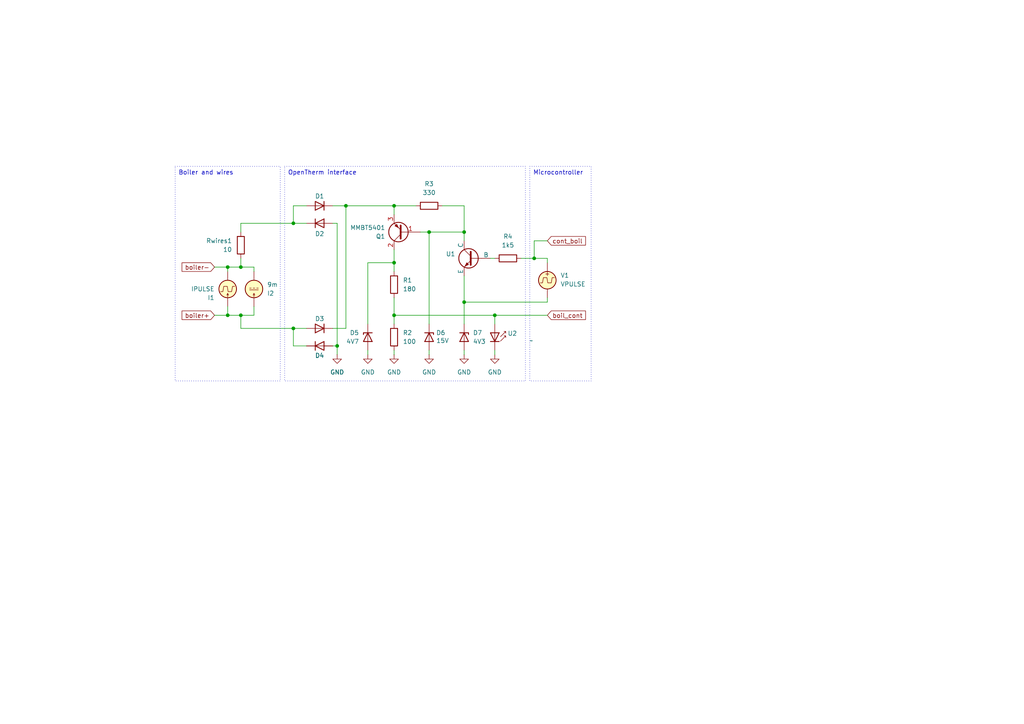
<source format=kicad_sch>
(kicad_sch (version 20231120) (generator "eeschema") (generator_version "8.0")
  (paper "A4")
  (lib_symbols
    (symbol "D_1" (pin_numbers hide) (pin_names (offset 1.016) hide)
      (property "Reference" "D" (at 0 2.54 0))
      (property "Value" "D" (at 0 -2.54 0))
      (symbol "D_1_0_1"
        (polyline (pts (xy -1.27 1.27) (xy -1.27 -1.27)) (stroke (width 0.254)))
        (polyline (pts (xy 1.27 0) (xy -1.27 0)))
        (polyline (pts (xy 1.27 1.27) (xy 1.27 -1.27) (xy -1.27 0) (xy 1.27 1.27)) (stroke (width 0.254)))
      )
      (symbol "D_1_1_1"
        (pin passive line (at -3.81 0 0) (length 2.54) (name "K") (number "1"))
        (pin passive line (at 3.81 0 180) (length 2.54) (name "A") (number "2"))
      )
    )
    (symbol "D_2" (pin_numbers hide) (pin_names (offset 1.016) hide)
      (property "Reference" "D" (at 0 2.54 0))
      (property "Value" "D" (at 0 -2.54 0))
      (symbol "D_2_0_1"
        (polyline (pts (xy -1.27 1.27) (xy -1.27 -1.27)) (stroke (width 0.254)))
        (polyline (pts (xy 1.27 0) (xy -1.27 0)))
        (polyline (pts (xy 1.27 1.27) (xy 1.27 -1.27) (xy -1.27 0) (xy 1.27 1.27)) (stroke (width 0.254)))
      )
      (symbol "D_2_1_1"
        (pin passive line (at -3.81 0 0) (length 2.54) (name "K") (number "1"))
        (pin passive line (at 3.81 0 180) (length 2.54) (name "A") (number "2"))
      )
    )
    (symbol "D_3" (pin_numbers hide) (pin_names (offset 1.016) hide)
      (property "Reference" "D" (at 0 2.54 0))
      (property "Value" "D" (at 0 -2.54 0))
      (symbol "D_3_0_1"
        (polyline (pts (xy -1.27 1.27) (xy -1.27 -1.27)) (stroke (width 0.254)))
        (polyline (pts (xy 1.27 0) (xy -1.27 0)))
        (polyline (pts (xy 1.27 1.27) (xy 1.27 -1.27) (xy -1.27 0) (xy 1.27 1.27)) (stroke (width 0.254)))
      )
      (symbol "D_3_1_1"
        (pin passive line (at -3.81 0 0) (length 2.54) (name "K") (number "1"))
        (pin passive line (at 3.81 0 180) (length 2.54) (name "A") (number "2"))
      )
    )
    (symbol "D_Zener_1" (pin_numbers hide) (pin_names (offset 1.016) hide)
      (property "Reference" "D" (at 0 2.54 0))
      (property "Value" "D_Zener" (at 0 -2.54 0))
      (symbol "D_Zener_1_0_1"
        (polyline (pts (xy 1.27 0) (xy -1.27 0)))
        (polyline (pts (xy -1.27 -1.27) (xy -1.27 1.27) (xy -0.762 1.27)) (stroke (width 0.254)))
        (polyline (pts (xy 1.27 -1.27) (xy 1.27 1.27) (xy -1.27 0) (xy 1.27 -1.27)) (stroke (width 0.254)))
      )
      (symbol "D_Zener_1_1_1"
        (pin passive line (at -3.81 0 0) (length 2.54) (name "K") (number "1"))
        (pin passive line (at 3.81 0 180) (length 2.54) (name "A") (number "2"))
      )
    )
    (symbol "D_Zener_2" (pin_numbers hide) (pin_names (offset 1.016) hide)
      (property "Reference" "D" (at 0 2.54 0))
      (property "Value" "D_Zener" (at 0 -2.54 0))
      (symbol "D_Zener_2_0_1"
        (polyline (pts (xy 1.27 0) (xy -1.27 0)))
        (polyline (pts (xy -1.27 -1.27) (xy -1.27 1.27) (xy -0.762 1.27)) (stroke (width 0.254)))
        (polyline (pts (xy 1.27 -1.27) (xy 1.27 1.27) (xy -1.27 0) (xy 1.27 -1.27)) (stroke (width 0.254)))
      )
      (symbol "D_Zener_2_1_1"
        (pin passive line (at -3.81 0 0) (length 2.54) (name "K") (number "1"))
        (pin passive line (at 3.81 0 180) (length 2.54) (name "A") (number "2"))
      )
    )
    (symbol "Device:D_Zener" (pin_numbers hide) (pin_names (offset 1.016) hide)
      (property "Reference" "D" (at 0 2.54 0))
      (property "Value" "D_Zener" (at 0 -2.54 0))
      (symbol "D_Zener_0_1"
        (polyline (pts (xy 1.27 0) (xy -1.27 0)))
        (polyline (pts (xy -1.27 -1.27) (xy -1.27 1.27) (xy -0.762 1.27)) (stroke (width 0.254)))
        (polyline (pts (xy 1.27 -1.27) (xy 1.27 1.27) (xy -1.27 0) (xy 1.27 -1.27)) (stroke (width 0.254)))
      )
      (symbol "D_Zener_1_1"
        (pin passive line (at -3.81 0 0) (length 2.54) (name "K") (number "1"))
        (pin passive line (at 3.81 0 180) (length 2.54) (name "A") (number "2"))
      )
    )
    (symbol "Device:Q_PNP_BCE" (pin_names (offset 0) hide)
      (property "Reference" "Q" (at 5.08 1.27 0))
      (property "Value" "Q_PNP_BCE" (at 5.08 -1.27 0))
      (symbol "Q_PNP_BCE_0_1"
        (polyline (pts (xy 0.635 0.635) (xy 2.54 2.54)))
        (polyline (pts (xy 0.635 -0.635) (xy 2.54 -2.54) (xy 2.54 -2.54)))
        (polyline (pts (xy 0.635 1.905) (xy 0.635 -1.905) (xy 0.635 -1.905)) (stroke (width 0.508)))
        (polyline (pts (xy 2.286 -1.778) (xy 1.778 -2.286) (xy 1.27 -1.27) (xy 2.286 -1.778) (xy 2.286 -1.778)) (fill (type outline)))
        (circle (center 1.27 0) (radius 2.8194) (stroke (width 0.254)))
      )
      (symbol "Q_PNP_BCE_1_1"
        (pin input line (at -5.08 0 0) (length 5.715) (name "B") (number "1"))
        (pin passive line (at 2.54 5.08 270) (length 2.54) (name "C") (number "2"))
        (pin passive line (at 2.54 -5.08 90) (length 2.54) (name "E") (number "3"))
      )
    )
    (symbol "Device:R" (pin_numbers hide) (pin_names (offset 0))
      (property "Reference" "R" (at 2.032 0 90))
      (property "Value" "R" (at 0 0 90))
      (symbol "R_0_1"
        (rectangle (start -1.016 -2.54) (end 1.016 2.54) (stroke (width 0.254)))
      )
      (symbol "R_1_1"
        (pin passive line (at 0 3.81 270) (length 1.27) (name "~") (number "1"))
        (pin passive line (at 0 -3.81 90) (length 1.27) (name "~") (number "2"))
      )
    )
    (symbol "LED:SFH480" (pin_numbers hide) (pin_names (offset 1.016) hide)
      (property "Reference" "D" (at 0.508 1.778 0))
      (property "Value" "SFH480" (at -1.016 -2.794 0))
      (symbol "SFH480_0_1"
        (polyline (pts (xy -2.54 1.27) (xy -2.54 -1.27)) (stroke (width 0.254)))
        (polyline (pts (xy 0 0) (xy -2.54 0)))
        (polyline (pts (xy 0.381 3.175) (xy -0.127 3.175)))
        (polyline (pts (xy -1.143 1.651) (xy 0.381 3.175) (xy 0.381 2.667)))
        (polyline (pts (xy 0 1.27) (xy 0 -1.27) (xy -2.54 0) (xy 0 1.27)) (stroke (width 0.254)))
        (polyline (pts (xy -2.413 1.651) (xy -0.889 3.175) (xy -0.889 2.667) (xy -0.889 3.175) (xy -1.397 3.175)))
      )
      (symbol "SFH480_1_1"
        (pin passive line (at -5.08 0 0) (length 2.54) (name "K") (number "1"))
        (pin passive line (at 2.54 0 180) (length 2.54) (name "A") (number "2"))
      )
    )
    (symbol "Simulation_SPICE:D" (pin_numbers hide) (pin_names (offset 1.016) hide)
      (property "Reference" "D" (at 0 2.54 0))
      (property "Value" "D" (at 0 -2.54 0))
      (symbol "D_0_1"
        (polyline (pts (xy -1.27 1.27) (xy -1.27 -1.27)) (stroke (width 0.254)))
        (polyline (pts (xy 1.27 0) (xy -1.27 0)))
        (polyline (pts (xy 1.27 1.27) (xy 1.27 -1.27) (xy -1.27 0) (xy 1.27 1.27)) (stroke (width 0.254)))
      )
      (symbol "D_1_1"
        (pin passive line (at -3.81 0 0) (length 2.54) (name "K") (number "1"))
        (pin passive line (at 3.81 0 180) (length 2.54) (name "A") (number "2"))
      )
    )
    (symbol "Simulation_SPICE:IDC" (pin_numbers hide) (pin_names (offset 0.0254))
      (property "Reference" "I" (at 2.54 2.54 0))
      (property "Value" "1" (at 2.54 0 0))
      (symbol "IDC_0_0"
        (polyline (pts (xy -1.27 0.254) (xy 1.27 0.254)))
        (polyline (pts (xy -0.762 -0.254) (xy -1.27 -0.254)))
        (polyline (pts (xy 0.254 -0.254) (xy -0.254 -0.254)))
        (polyline (pts (xy 1.27 -0.254) (xy 0.762 -0.254)))
      )
      (symbol "IDC_0_1"
        (polyline (pts (xy 0 1.27) (xy 0 2.286)))
        (polyline (pts (xy -0.254 1.778) (xy 0 1.27) (xy 0.254 1.778)))
        (circle (center 0 0) (radius 2.54) (stroke (width 0.254)) (fill (type background)))
      )
      (symbol "IDC_1_1"
        (pin passive line (at 0 5.08 270) (length 2.54) (name "~") (number "1"))
        (pin passive line (at 0 -5.08 90) (length 2.54) (name "~") (number "2"))
      )
    )
    (symbol "Simulation_SPICE:IPULSE" (pin_numbers hide) (pin_names (offset 0.0254))
      (property "Reference" "I" (at 2.54 2.54 0))
      (property "Value" "IPULSE" (at 2.54 0 0))
      (property "Sim.Params" "y1=0 y2=1 td=2n tr=2n tf=2n tw=50n per=100n" (at 2.54 -2.54 0))
      (symbol "IPULSE_0_0"
        (polyline (pts (xy -2.032 -0.762) (xy -1.397 -0.762) (xy -1.143 0.762) (xy -0.127 0.762) (xy 0.127 -0.762) (xy 1.143 -0.762) (xy 1.397 0.762) (xy 2.032 0.762)))
      )
      (symbol "IPULSE_0_1"
        (polyline (pts (xy 0 1.27) (xy 0 2.286)))
        (polyline (pts (xy -0.254 1.778) (xy 0 1.27) (xy 0.254 1.778)))
        (circle (center 0 0) (radius 2.54) (stroke (width 0.254)) (fill (type background)))
      )
      (symbol "IPULSE_1_1"
        (pin passive line (at 0 5.08 270) (length 2.54) (name "~") (number "1"))
        (pin passive line (at 0 -5.08 90) (length 2.54) (name "~") (number "2"))
      )
    )
    (symbol "Simulation_SPICE:NPN" (pin_numbers hide) (pin_names (offset 0))
      (property "Reference" "Q" (at -2.54 7.62 0))
      (property "Value" "NPN" (at -2.54 5.08 0))
      (symbol "NPN_0_1"
        (polyline (pts (xy -2.54 0) (xy 0.635 0)) (stroke (width 0.1524)))
        (polyline (pts (xy 0.635 0.635) (xy 2.54 2.54)))
        (polyline (pts (xy 2.794 -1.27) (xy 2.794 -1.27)) (stroke (width 0.1524)))
        (polyline (pts (xy 2.794 -1.27) (xy 2.794 -1.27)) (stroke (width 0.1524)))
        (polyline (pts (xy 0.635 -0.635) (xy 2.54 -2.54) (xy 2.54 -2.54)))
        (polyline (pts (xy 0.635 1.905) (xy 0.635 -1.905) (xy 0.635 -1.905)) (stroke (width 0.508)))
        (polyline (pts (xy 1.27 -1.778) (xy 1.778 -1.27) (xy 2.286 -2.286) (xy 1.27 -1.778) (xy 1.27 -1.778)) (fill (type outline)))
        (circle (center 1.27 0) (radius 2.8194) (stroke (width 0.254)))
      )
      (symbol "NPN_1_1"
        (pin open_collector line (at 2.54 5.08 270) (length 2.54) (name "C") (number "1"))
        (pin input line (at -5.08 0 0) (length 2.54) (name "B") (number "2"))
        (pin open_emitter line (at 2.54 -5.08 90) (length 2.54) (name "E") (number "3"))
      )
    )
    (symbol "Simulation_SPICE:VPULSE" (pin_numbers hide) (pin_names (offset 0.0254))
      (property "Reference" "V" (at 2.54 2.54 0))
      (property "Value" "VPULSE" (at 2.54 0 0))
      (property "Sim.Params" "y1=0 y2=1 td=2n tr=2n tf=2n tw=50n per=100n" (at 2.54 -2.54 0))
      (symbol "VPULSE_0_0"
        (polyline (pts (xy -2.032 -0.762) (xy -1.397 -0.762) (xy -1.143 0.762) (xy -0.127 0.762) (xy 0.127 -0.762) (xy 1.143 -0.762) (xy 1.397 0.762) (xy 2.032 0.762)))
        (text "+" (at 0 1.905 0) (effects (font (size 1.27 1.27))))
      )
      (symbol "VPULSE_0_1"
        (circle (center 0 0) (radius 2.54) (stroke (width 0.254)) (fill (type background)))
      )
      (symbol "VPULSE_1_1"
        (pin passive line (at 0 5.08 270) (length 2.54) (name "~") (number "1"))
        (pin passive line (at 0 -5.08 90) (length 2.54) (name "~") (number "2"))
      )
    )
    (symbol "power:GND" (power) (pin_numbers hide) (pin_names (offset 0) hide)
      (property "Value" "GND" (at 0 -3.81 0))
      (symbol "GND_0_1"
        (polyline (pts (xy 0 0) (xy 0 -1.27) (xy 1.27 -1.27) (xy 0 -2.54) (xy -1.27 -1.27) (xy 0 -1.27)))
      )
      (symbol "GND_1_1"
        (pin power_in line (at 0 0 270) (length 0) (name "~") (number "1"))
      )
    )
  )
  (junction (at 69.85 77.47))
  (junction (at 134.62 87.63))
  (junction (at 100.33 59.69))
  (junction (at 114.3 59.69))
  (junction (at 124.46 67.31))
  (junction (at 69.85 91.44))
  (junction (at 114.3 91.44))
  (junction (at 66.04 77.47))
  (junction (at 134.62 67.31))
  (junction (at 114.3 76.2))
  (junction (at 66.04 91.44))
  (junction (at 143.51 91.44))
  (junction (at 154.94 74.93))
  (junction (at 97.79 100.33))
  (junction (at 85.09 64.77))
  (junction (at 85.09 95.25))
  (wire (pts (xy 85.09 59.69) (xy 85.09 64.77)))
  (wire (pts (xy 154.94 69.85) (xy 154.94 74.93)))
  (wire (pts (xy 158.75 87.63) (xy 158.75 86.36)))
  (wire (pts (xy 106.68 76.2) (xy 114.3 76.2)))
  (wire (pts (xy 97.79 64.77) (xy 97.79 100.33)))
  (wire (pts (xy 106.68 101.6) (xy 106.68 102.87)))
  (wire (pts (xy 85.09 64.77) (xy 88.9 64.77)))
  (wire (pts (xy 114.3 86.36) (xy 114.3 91.44)))
  (wire (pts (xy 143.51 91.44) (xy 143.51 93.98)))
  (wire (pts (xy 69.85 95.25) (xy 69.85 91.44)))
  (wire (pts (xy 158.75 74.93) (xy 158.75 76.2)))
  (wire (pts (xy 158.75 69.85) (xy 154.94 69.85)))
  (wire (pts (xy 69.85 74.93) (xy 69.85 77.47)))
  (wire (pts (xy 97.79 100.33) (xy 97.79 102.87)))
  (wire (pts (xy 114.3 59.69) (xy 114.3 62.23)))
  (wire (pts (xy 114.3 91.44) (xy 114.3 93.98)))
  (wire (pts (xy 96.52 59.69) (xy 100.33 59.69)))
  (wire (pts (xy 62.23 91.44) (xy 66.04 91.44)))
  (wire (pts (xy 97.79 64.77) (xy 96.52 64.77)))
  (wire (pts (xy 114.3 101.6) (xy 114.3 102.87)))
  (wire (pts (xy 143.51 101.6) (xy 143.51 102.87)))
  (wire (pts (xy 134.62 101.6) (xy 134.62 102.87)))
  (wire (pts (xy 114.3 76.2) (xy 114.3 78.74)))
  (wire (pts (xy 114.3 59.69) (xy 120.65 59.69)))
  (wire (pts (xy 134.62 67.31) (xy 134.62 59.69)))
  (wire (pts (xy 134.62 80.01) (xy 134.62 87.63)))
  (wire (pts (xy 69.85 64.77) (xy 69.85 67.31)))
  (wire (pts (xy 100.33 59.69) (xy 114.3 59.69)))
  (wire (pts (xy 69.85 77.47) (xy 73.66 77.47)))
  (wire (pts (xy 69.85 95.25) (xy 85.09 95.25)))
  (wire (pts (xy 142.24 74.93) (xy 143.51 74.93)))
  (wire (pts (xy 66.04 77.47) (xy 69.85 77.47)))
  (wire (pts (xy 134.62 87.63) (xy 134.62 93.98)))
  (wire (pts (xy 88.9 100.33) (xy 85.09 100.33)))
  (wire (pts (xy 96.52 95.25) (xy 100.33 95.25)))
  (wire (pts (xy 154.94 74.93) (xy 158.75 74.93)))
  (wire (pts (xy 85.09 95.25) (xy 88.9 95.25)))
  (wire (pts (xy 73.66 91.44) (xy 69.85 91.44)))
  (wire (pts (xy 143.51 91.44) (xy 158.75 91.44)))
  (wire (pts (xy 124.46 101.6) (xy 124.46 102.87)))
  (wire (pts (xy 73.66 77.47) (xy 73.66 78.74)))
  (wire (pts (xy 134.62 67.31) (xy 134.62 69.85)))
  (wire (pts (xy 73.66 91.44) (xy 73.66 88.9)))
  (wire (pts (xy 66.04 88.9) (xy 66.04 91.44)))
  (wire (pts (xy 124.46 67.31) (xy 134.62 67.31)))
  (wire (pts (xy 85.09 59.69) (xy 88.9 59.69)))
  (wire (pts (xy 128.27 59.69) (xy 134.62 59.69)))
  (wire (pts (xy 96.52 100.33) (xy 97.79 100.33)))
  (wire (pts (xy 100.33 59.69) (xy 100.33 95.25)))
  (wire (pts (xy 114.3 91.44) (xy 143.51 91.44)))
  (wire (pts (xy 106.68 76.2) (xy 106.68 93.98)))
  (wire (pts (xy 124.46 67.31) (xy 124.46 93.98)))
  (wire (pts (xy 114.3 72.39) (xy 114.3 76.2)))
  (wire (pts (xy 66.04 91.44) (xy 69.85 91.44)))
  (wire (pts (xy 134.62 87.63) (xy 158.75 87.63)))
  (wire (pts (xy 85.09 95.25) (xy 85.09 100.33)))
  (wire (pts (xy 66.04 78.74) (xy 66.04 77.47)))
  (wire (pts (xy 62.23 77.47) (xy 66.04 77.47)))
  (wire (pts (xy 121.92 67.31) (xy 124.46 67.31)))
  (wire (pts (xy 151.13 74.93) (xy 154.94 74.93)))
  (wire (pts (xy 69.85 64.77) (xy 85.09 64.77)))
  (text_box "Boiler and wires" (at 50.8 48.26 0) (size 30.48 62.23) (stroke (width 0) (type dot)) (effects (font (size 1.27 1.27)) (justify left top)))
  (text_box "Microcontroller" (at 153.67 48.26 0) (size 17.78 62.23) (stroke (width 0) (type dot)) (effects (font (size 1.27 1.27)) (justify left top)))
  (text_box "OpenTherm interface" (at 82.55 48.26 0) (size 69.85 62.23) (stroke (width 0) (type dot)) (effects (font (size 1.27 1.27)) (justify left top)))
  (global_label "boiler-" (shape input) (at 62.23 77.47 180) (property "Intersheetrefs" "${INTERSHEET_REFS}" (effects (hide yes))))
  (global_label "boiler+" (shape input) (at 62.23 91.44 180) (property "Intersheetrefs" "${INTERSHEET_REFS}" (effects (hide yes))))
  (global_label "cont_boil" (shape input) (at 158.75 69.85 0) (property "Intersheetrefs" "${INTERSHEET_REFS}" (effects (hide yes))))
  (global_label "boil_cont" (shape input) (at 158.75 91.44 0) (property "Intersheetrefs" "${INTERSHEET_REFS}" (effects (hide yes))))
  (symbol (lib_id "Simulation_SPICE:VPULSE") (at 158.75 81.28 0) (unit 1)
    (property "Reference" "V1" (at 162.56 79.8801 0) (effects (justify left)))
    (property "Value" "VPULSE" (at 162.56 82.4201 0) (effects (justify left)))
    (property "Datasheet" "https://ngspice.sourceforge.io/docs/ngspice-html-manual/manual.xhtml#sec_Independent_Sources_for" (effects (hide yes)))
    (property "Description" "Voltage source, pulse" (effects (hide yes)))
    (property "Sim.Pins" "1=+ 2=-" (effects (hide yes)))
    (property "Sim.Type" "PULSE" (effects (hide yes)))
    (property "Sim.Device" "V" (effects (hide yes)))
    (property "Sim.Params" "y1=0 y2=3.3 td=250u tr=2u tf=2u tw=498u per=1m" (effects (hide yes)))
  )
  (symbol (lib_id "power:GND") (at 124.46 102.87 0) (unit 1)
    (property "Reference" "#PWR04" (effects (hide yes)))
    (property "Value" "GND" (at 124.46 107.95 0))
    (property "Description" "Power symbol creates a global label with name \"GND\" , ground" (effects (hide yes)))
  )
  (symbol (lib_name "D_Zener_1") (lib_id "Device:D_Zener") (at 134.62 97.79 270) (unit 1)
    (property "Reference" "D7" (at 137.16 96.5199 90) (effects (justify left)))
    (property "Value" "4V3" (at 137.16 99.0599 90) (effects (justify left)))
    (property "Description" "Zener diode" (effects (hide yes)))
    (property "Sim.Device" "D" (effects (hide yes)))
    (property "Sim.Pins" "1=K 2=A" (effects (hide yes)))
    (property "Sim.Params" "bv=4.3" (effects (hide yes)))
  )
  (symbol (lib_name "D_3") (lib_id "Simulation_SPICE:D") (at 92.71 95.25 180) (unit 1)
    (property "Reference" "D3" (at 92.71 92.456 0))
    (property "Value" "D" (effects (hide yes)))
    (property "Datasheet" "https://ngspice.sourceforge.io/docs/ngspice-html-manual/manual.xhtml#cha_DIODEs" (effects (hide yes)))
    (property "Description" "Diode for simulation or PCB" (effects (hide yes)))
    (property "Sim.Device" "D" (effects (hide yes)))
    (property "Sim.Pins" "1=K 2=A" (effects (hide yes)))
    (property "Sim.Params" "rs=50m cjo=10p" (effects (hide yes)))
  )
  (symbol (lib_name "D_1") (lib_id "Simulation_SPICE:D") (at 92.71 59.69 180) (unit 1)
    (property "Reference" "D1" (at 92.71 56.896 0))
    (property "Value" "D" (effects (hide yes)))
    (property "Datasheet" "https://ngspice.sourceforge.io/docs/ngspice-html-manual/manual.xhtml#cha_DIODEs" (effects (hide yes)))
    (property "Description" "Diode for simulation or PCB" (effects (hide yes)))
    (property "Sim.Device" "D" (effects (hide yes)))
    (property "Sim.Pins" "1=K 2=A" (effects (hide yes)))
    (property "Sim.Params" "rs=50m cjo=10p" (effects (hide yes)))
  )
  (symbol (lib_id "Device:R") (at 69.85 71.12 0) (mirror y) (unit 1)
    (property "Reference" "Rwires1" (at 67.31 69.8499 0) (effects (justify left)))
    (property "Value" "10" (at 67.31 72.3899 0) (effects (justify left)))
    (property "Description" "Resistor" (effects (hide yes)))
  )
  (symbol (lib_name "D_Zener_2") (lib_id "Device:D_Zener") (at 124.46 97.79 270) (unit 1)
    (property "Reference" "D6" (at 126.492 96.52 90) (effects (justify left)))
    (property "Value" "15V" (at 126.492 98.806 90) (effects (justify left)))
    (property "Description" "Zener diode" (effects (hide yes)))
    (property "Sim.Device" "D" (effects (hide yes)))
    (property "Sim.Pins" "1=K 2=A" (effects (hide yes)))
    (property "Sim.Params" "bv=15" (effects (hide yes)))
  )
  (symbol (lib_id "Device:R") (at 147.32 74.93 270) (unit 1)
    (property "Reference" "R4" (at 147.32 68.58 90))
    (property "Value" "1k5" (at 147.32 71.12 90))
    (property "Description" "Resistor" (effects (hide yes)))
  )
  (symbol (lib_id "power:GND") (at 97.79 102.87 0) (unit 1)
    (property "Reference" "#PWR01" (effects (hide yes)))
    (property "Value" "GND" (at 97.79 107.95 0))
    (property "Description" "Power symbol creates a global label with name \"GND\" , ground" (effects (hide yes)))
  )
  (symbol (lib_id "Device:R") (at 124.46 59.69 270) (unit 1)
    (property "Reference" "R3" (at 124.46 53.34 90))
    (property "Value" "330" (at 124.46 55.88 90))
    (property "Description" "Resistor" (effects (hide yes)))
  )
  (symbol (lib_id "LED:SFH480") (at 143.51 96.52 270) (mirror x) (unit 1)
    (property "Reference" "U2" (at 149.9892 96.7069 90) (effects (justify right)))
    (property "Value" "~" (at 154.686 98.806 90) (effects (justify right)))
    (property "Footprint" "Package_TO_SOT_THT:TO-18-2_Window" (effects (hide yes)))
    (property "Datasheet" "http://www.osram-os.com/Graphics/XPic1/00083613_0.pdf" (effects (hide yes)))
    (property "Description" "GaAlAs Infrared LED (880 nm), TO-18 package" (effects (hide yes)))
    (property "Sim.Device" "D" (effects (hide yes)))
    (property "Sim.Pins" "1=K 2=A" (effects (hide yes)))
    (property "Sim.Params" "m=0.5 is=1e-14 rs=10 n=2 tt=10n cjo=10p vj=0.7 eg=1.8 bv=5 ibv=10u" (effects (hide yes)))
  )
  (symbol (lib_name "D_2") (lib_id "Simulation_SPICE:D") (at 92.71 64.77 0) (unit 1)
    (property "Reference" "D2" (at 92.71 67.818 0))
    (property "Value" "D" (effects (hide yes)))
    (property "Datasheet" "https://ngspice.sourceforge.io/docs/ngspice-html-manual/manual.xhtml#cha_DIODEs" (effects (hide yes)))
    (property "Description" "Diode for simulation or PCB" (effects (hide yes)))
    (property "Sim.Device" "D" (effects (hide yes)))
    (property "Sim.Pins" "1=K 2=A" (effects (hide yes)))
    (property "Sim.Params" "rs=50m cjo=10p" (effects (hide yes)))
  )
  (symbol (lib_id "power:GND") (at 134.62 102.87 0) (unit 1)
    (property "Reference" "#PWR05" (effects (hide yes)))
    (property "Value" "GND" (at 134.62 107.95 0))
    (property "Description" "Power symbol creates a global label with name \"GND\" , ground" (effects (hide yes)))
  )
  (symbol (lib_id "power:GND") (at 114.3 102.87 0) (unit 1)
    (property "Reference" "#PWR03" (effects (hide yes)))
    (property "Value" "GND" (at 114.3 107.95 0))
    (property "Description" "Power symbol creates a global label with name \"GND\" , ground" (effects (hide yes)))
  )
  (symbol (lib_id "Simulation_SPICE:D") (at 92.71 100.33 0) (unit 1)
    (property "Reference" "D4" (at 92.71 103.124 0))
    (property "Value" "D" (effects (hide yes)))
    (property "Datasheet" "https://ngspice.sourceforge.io/docs/ngspice-html-manual/manual.xhtml#cha_DIODEs" (effects (hide yes)))
    (property "Description" "Diode for simulation or PCB" (effects (hide yes)))
    (property "Sim.Device" "D" (effects (hide yes)))
    (property "Sim.Pins" "1=K 2=A" (effects (hide yes)))
    (property "Sim.Params" "rs=50m cjo=10p" (effects (hide yes)))
  )
  (symbol (lib_id "Device:R") (at 114.3 82.55 0) (unit 1)
    (property "Reference" "R1" (at 116.84 81.2799 0) (effects (justify left)))
    (property "Value" "180" (at 116.84 83.8199 0) (effects (justify left)))
    (property "Description" "Resistor" (effects (hide yes)))
  )
  (symbol (lib_id "Simulation_SPICE:IPULSE") (at 66.04 83.82 180) (unit 1)
    (property "Reference" "I1" (at 62.23 86.3601 0) (effects (justify left)))
    (property "Value" "IPULSE" (at 62.23 83.8201 0) (effects (justify left)))
    (property "Datasheet" "https://ngspice.sourceforge.io/docs/ngspice-html-manual/manual.xhtml#sec_Independent_Sources_for" (effects (hide yes)))
    (property "Description" "Current source, pulse" (effects (hide yes)))
    (property "Sim.Pins" "1=+ 2=-" (effects (hide yes)))
    (property "Sim.Device" "I" (effects (hide yes)))
    (property "Sim.Type" "PULSE" (effects (hide yes)))
    (property "Sim.Params" "y1=0 y2=14m td=0 tr=50u tf=50u tw=450u per=1000u" (effects (hide yes)))
  )
  (symbol (lib_id "Simulation_SPICE:IDC") (at 73.66 83.82 0) (mirror x) (unit 1)
    (property "Reference" "I2" (at 77.47 85.0901 0) (effects (justify left)))
    (property "Value" "9m" (at 77.47 82.5501 0) (effects (justify left)))
    (property "Datasheet" "https://ngspice.sourceforge.io/docs/ngspice-html-manual/manual.xhtml#sec_Independent_Sources_for" (effects (hide yes)))
    (property "Description" "Current source, DC" (effects (hide yes)))
    (property "Sim.Pins" "1=+ 2=-" (effects (hide yes)))
    (property "Sim.Type" "DC" (effects (hide yes)))
    (property "Sim.Device" "I" (effects (hide yes)))
  )
  (symbol (lib_id "power:GND") (at 143.51 102.87 0) (unit 1)
    (property "Reference" "#PWR07" (effects (hide yes)))
    (property "Value" "GND" (at 143.51 107.95 0))
    (property "Description" "Power symbol creates a global label with name \"GND\" , ground" (effects (hide yes)))
  )
  (symbol (lib_id "Device:Q_PNP_BCE") (at 116.84 67.31 180) (unit 1)
    (property "Reference" "Q1" (at 111.76 68.5801 0) (effects (justify left)))
    (property "Value" "MMBT5401" (at 111.76 66.0401 0) (effects (justify left)))
    (property "Description" "PNP transistor, base/collector/emitter" (effects (hide yes)))
    (property "Sim.Device" "PNP" (effects (hide yes)))
    (property "Sim.Type" "GUMMELPOON" (effects (hide yes)))
    (property "Sim.Pins" "1=B 2=C 3=E" (effects (hide yes)))
    (property "Sim.Params" "is=6.734e-14 bf=220 nf=1 vaf=60 ikf=0.1 br=8 nr=1 var=8 ikr=0.03 isc=1e-13 nc=2 rb=10 re=0.3 rc=0.3 cje=24p vje=0.75 mje=0.33 tf=200p xtf=2 vtf=2 itf=0.02 ptf=0 cjc=12p vjc=0.5 mjc=0.5 xcjc=0.5 tr=200n cjs=0 vjs=0.75 mjs=0.5" (effects (hide yes)))
  )
  (symbol (lib_id "Simulation_SPICE:NPN") (at 137.16 74.93 0) (mirror y) (unit 1)
    (property "Reference" "U1" (at 132.08 73.6599 0) (effects (justify left)))
    (property "Value" "NPN" (effects (hide yes)))
    (property "Datasheet" "https://ngspice.sourceforge.io/docs/ngspice-html-manual/manual.xhtml#cha_BJTs" (effects (hide yes)))
    (property "Description" "Bipolar transistor symbol for simulation only, substrate tied to the emitter" (effects (hide yes)))
    (property "Sim.Device" "NPN" (effects (hide yes)))
    (property "Sim.Type" "GUMMELPOON" (effects (hide yes)))
    (property "Sim.Pins" "1=C 2=B 3=E" (effects (hide yes)))
  )
  (symbol (lib_id "power:GND") (at 106.68 102.87 0) (unit 1)
    (property "Reference" "#PWR02" (effects (hide yes)))
    (property "Value" "GND" (at 106.68 107.95 0))
    (property "Description" "Power symbol creates a global label with name \"GND\" , ground" (effects (hide yes)))
  )
  (symbol (lib_id "Device:D_Zener") (at 106.68 97.79 90) (mirror x) (unit 1)
    (property "Reference" "D5" (at 104.14 96.5199 90) (effects (justify left)))
    (property "Value" "4V7" (at 104.14 99.0599 90) (effects (justify left)))
    (property "Description" "Zener diode" (effects (hide yes)))
    (property "Sim.Device" "D" (effects (hide yes)))
    (property "Sim.Pins" "1=K 2=A" (effects (hide yes)))
    (property "Sim.Params" "m=0.33 is=5.0e-10 rs=0.5 n=1.05 tt=1n cjo=50p vj=0.75 fc=0.5 bv=4.7 ibv=5m" (effects (hide yes)))
  )
  (symbol (lib_id "Device:R") (at 114.3 97.79 0) (unit 1)
    (property "Reference" "R2" (at 116.84 96.5199 0) (effects (justify left)))
    (property "Value" "100" (at 116.84 99.0599 0) (effects (justify left)))
    (property "Description" "Resistor" (effects (hide yes)))
  )
)
</source>
